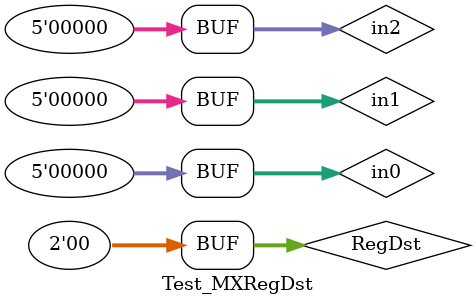
<source format=v>
`timescale 1ns / 1ps


module Test_MXRegDst;

	// Inputs
	reg [1:0] RegDst;
	reg [4:0] in0;
	reg [4:0] in1;
	reg [4:0] in2;

	// Outputs
	wire [4:0] out;

	// Instantiate the Unit Under Test (UUT)
	MXRegDst uut (
		.RegDst(RegDst), 
		.in0(in0), 
		.in1(in1), 
		.in2(in2), 
		.out(out)
	);

	initial begin
		// Initialize Inputs
		RegDst = 0;
		in0 = 0;
		in1 = 0;
		in2 = 0;

		// Wait 100 ns for global reset to finish
		#100;
        
		// Add stimulus here

	end
      
endmodule


</source>
